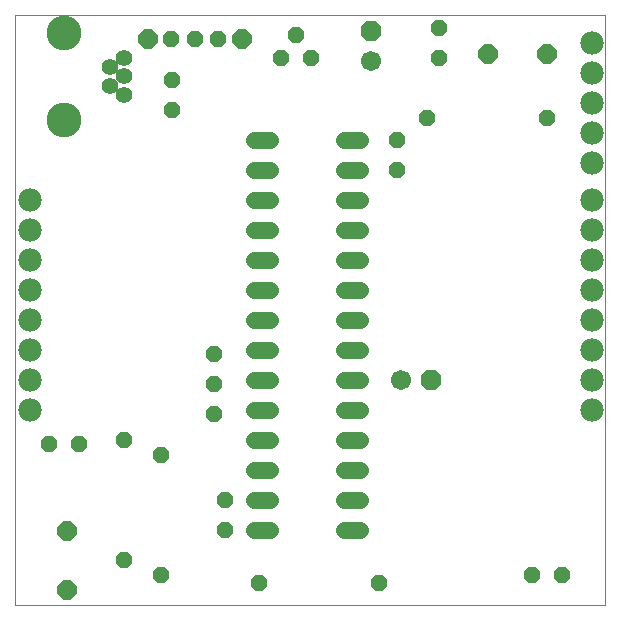
<source format=gts>
G75*
%MOIN*%
%OFA0B0*%
%FSLAX25Y25*%
%IPPOS*%
%LPD*%
%AMOC8*
5,1,8,0,0,1.08239X$1,22.5*
%
%ADD10C,0.00000*%
%ADD11OC8,0.05600*%
%ADD12C,0.06700*%
%ADD13OC8,0.06700*%
%ADD14C,0.07800*%
%ADD15C,0.05550*%
%ADD16C,0.11620*%
%ADD17OC8,0.06337*%
%ADD18C,0.05600*%
%ADD19OC8,0.05550*%
D10*
X0001800Y0003050D02*
X0001800Y0199900D01*
X0198650Y0199900D01*
X0198650Y0003050D01*
X0001800Y0003050D01*
D11*
X0038050Y0018050D03*
X0050550Y0013050D03*
X0071800Y0028050D03*
X0071800Y0038050D03*
X0050550Y0053050D03*
X0038050Y0058050D03*
X0023050Y0056800D03*
X0013050Y0056800D03*
X0083050Y0010550D03*
X0123050Y0010550D03*
X0174300Y0013050D03*
X0184300Y0013050D03*
X0129300Y0148050D03*
X0129300Y0158050D03*
X0139300Y0165550D03*
X0143050Y0185550D03*
X0143050Y0195550D03*
X0179300Y0165550D03*
X0100550Y0185550D03*
X0095550Y0193050D03*
X0090550Y0185550D03*
X0054300Y0178050D03*
X0054300Y0168050D03*
D12*
X0120550Y0184300D03*
X0130550Y0078050D03*
D13*
X0140550Y0078050D03*
X0120550Y0194300D03*
D14*
X0194300Y0190550D03*
X0194300Y0180550D03*
X0194300Y0170550D03*
X0194300Y0160550D03*
X0194300Y0150550D03*
X0194300Y0138050D03*
X0194300Y0128050D03*
X0194300Y0118050D03*
X0194300Y0108050D03*
X0194300Y0098050D03*
X0194300Y0088050D03*
X0194300Y0078050D03*
X0194300Y0068050D03*
X0006800Y0068050D03*
X0006800Y0078050D03*
X0006800Y0088050D03*
X0006800Y0098050D03*
X0006800Y0108050D03*
X0006800Y0118050D03*
X0006800Y0128050D03*
X0006800Y0138050D03*
D15*
X0038129Y0173001D03*
X0033404Y0176150D03*
X0038129Y0179300D03*
X0033404Y0182450D03*
X0038129Y0185599D03*
D16*
X0018050Y0193670D03*
X0018050Y0164930D03*
D17*
X0046052Y0191800D03*
X0077548Y0191800D03*
X0159457Y0186800D03*
X0179143Y0186800D03*
X0019300Y0027893D03*
X0019300Y0008207D03*
D18*
X0081700Y0028050D02*
X0086900Y0028050D01*
X0086900Y0038050D02*
X0081700Y0038050D01*
X0081700Y0048050D02*
X0086900Y0048050D01*
X0086900Y0058050D02*
X0081700Y0058050D01*
X0081700Y0068050D02*
X0086900Y0068050D01*
X0086900Y0078050D02*
X0081700Y0078050D01*
X0081700Y0088050D02*
X0086900Y0088050D01*
X0086900Y0098050D02*
X0081700Y0098050D01*
X0081700Y0108050D02*
X0086900Y0108050D01*
X0086900Y0118050D02*
X0081700Y0118050D01*
X0081700Y0128050D02*
X0086900Y0128050D01*
X0086900Y0138050D02*
X0081700Y0138050D01*
X0081700Y0148050D02*
X0086900Y0148050D01*
X0086900Y0158050D02*
X0081700Y0158050D01*
X0111700Y0158050D02*
X0116900Y0158050D01*
X0116900Y0148050D02*
X0111700Y0148050D01*
X0111700Y0138050D02*
X0116900Y0138050D01*
X0116900Y0128050D02*
X0111700Y0128050D01*
X0111700Y0118050D02*
X0116900Y0118050D01*
X0116900Y0108050D02*
X0111700Y0108050D01*
X0111700Y0098050D02*
X0116900Y0098050D01*
X0116900Y0088050D02*
X0111700Y0088050D01*
X0111700Y0078050D02*
X0116900Y0078050D01*
X0116900Y0068050D02*
X0111700Y0068050D01*
X0111700Y0058050D02*
X0116900Y0058050D01*
X0116900Y0048050D02*
X0111700Y0048050D01*
X0111700Y0038050D02*
X0116900Y0038050D01*
X0116900Y0028050D02*
X0111700Y0028050D01*
D19*
X0068050Y0066957D03*
X0068050Y0076800D03*
X0068050Y0086643D03*
X0069674Y0191800D03*
X0061800Y0191800D03*
X0053926Y0191800D03*
M02*

</source>
